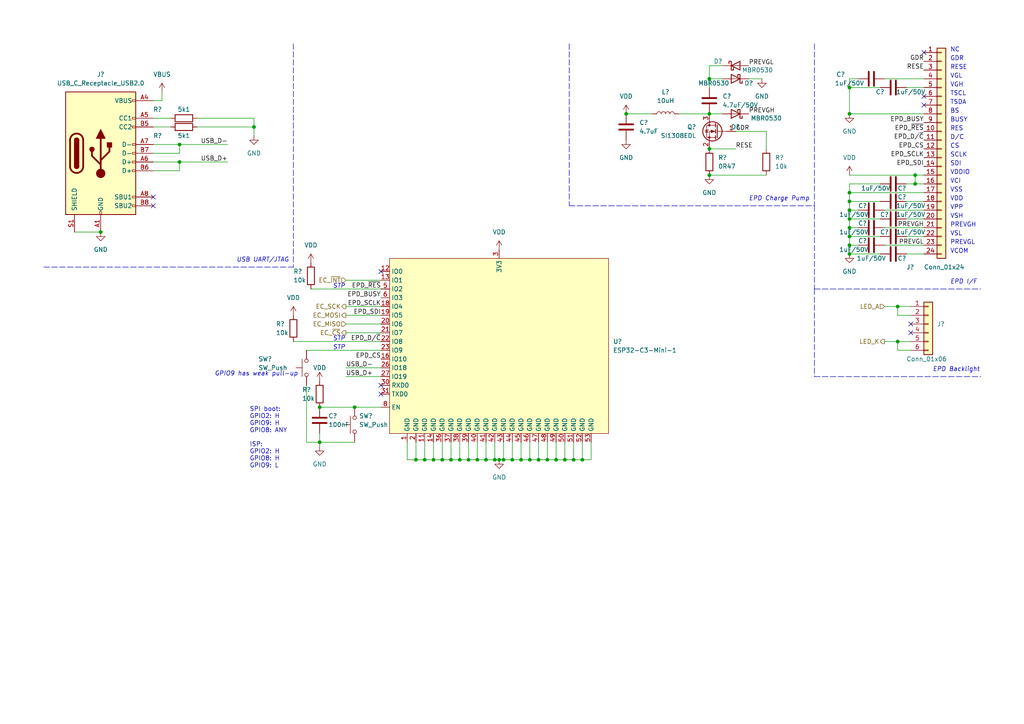
<source format=kicad_sch>
(kicad_sch (version 20211123) (generator eeschema)
  (paper "A4")
  (title_block (title "Home Sensor Tag") (rev "A0") (company "iM.Inc") (comment 1 "PRE-RELEASE"))
  (lib_symbols
    (symbol "Connector:USB_C_Receptacle_USB2.0" (pin_names (offset 1.016))
      (property "Reference" "J" (at -10.16 19.05 0))
      (property "Value" "USB_C_Receptacle_USB2.0" (at 19.05 19.05 0))
      (symbol "USB_C_Receptacle_USB2.0_0_0"
        (rectangle (start -0.254 -17.78) (end 0.254 -16.764))
        (rectangle (start 10.16 -14.986) (end 9.144 -15.494))
        (rectangle (start 10.16 -12.446) (end 9.144 -12.954))
        (rectangle (start 10.16 -4.826) (end 9.144 -5.334))
        (rectangle (start 10.16 -2.286) (end 9.144 -2.794))
        (rectangle (start 10.16 0.254) (end 9.144 -0.254))
        (rectangle (start 10.16 2.794) (end 9.144 2.286))
        (rectangle (start 10.16 7.874) (end 9.144 7.366))
        (rectangle (start 10.16 10.414) (end 9.144 9.906))
        (rectangle (start 10.16 15.494) (end 9.144 14.986))
      )
      (symbol "USB_C_Receptacle_USB2.0_0_1"
        (rectangle (start -10.16 17.78) (end 10.16 -17.78) (stroke (width 0.254)) (fill (type background)))
        (arc (start -8.89 -3.81) (mid -6.985 -5.715) (end -5.08 -3.81) (stroke (width 0.508)))
        (arc (start -7.62 -3.81) (mid -6.985 -4.445) (end -6.35 -3.81) (stroke (width 0.254)))
        (arc (start -7.62 -3.81) (mid -6.985 -4.445) (end -6.35 -3.81) (stroke (width 0.254)) (fill (type outline)))
        (rectangle (start -7.62 -3.81) (end -6.35 3.81) (stroke (width 0.254)) (fill (type outline)))
        (arc (start -6.35 3.81) (mid -6.985 4.445) (end -7.62 3.81) (stroke (width 0.254)))
        (arc (start -6.35 3.81) (mid -6.985 4.445) (end -7.62 3.81) (stroke (width 0.254)) (fill (type outline)))
        (arc (start -5.08 3.81) (mid -6.985 5.715) (end -8.89 3.81) (stroke (width 0.508)))
        (circle (center -2.54 1.143) (radius 0.635) (stroke (width 0.254)) (fill (type outline)))
        (circle (center 0 -5.842) (radius 1.27) (fill (type outline)))
        (polyline (pts (xy -8.89 -3.81) (xy -8.89 3.81)) (stroke (width 0.508)))
        (polyline (pts (xy -5.08 3.81) (xy -5.08 -3.81)) (stroke (width 0.508)))
        (polyline (pts (xy 0 -5.842) (xy 0 4.318)) (stroke (width 0.508)))
        (polyline (pts (xy 0 -3.302) (xy -2.54 -0.762) (xy -2.54 0.508)) (stroke (width 0.508)))
        (polyline (pts (xy 0 -2.032) (xy 2.54 0.508) (xy 2.54 1.778)) (stroke (width 0.508)))
        (polyline (pts (xy -1.27 4.318) (xy 0 6.858) (xy 1.27 4.318) (xy -1.27 4.318)) (stroke (width 0.254)) (fill (type outline)))
        (rectangle (start 1.905 1.778) (end 3.175 3.048) (stroke (width 0.254)) (fill (type outline)))
      )
      (symbol "USB_C_Receptacle_USB2.0_1_1"
        (pin passive line (at 0 -22.86 90) (length 5.08) (name "GND") (number "A1"))
        (pin passive line (at 0 -22.86 90) (length 5.08) hide (name "GND") (number "A12"))
        (pin passive line (at 15.24 15.24 180) (length 5.08) (name "VBUS") (number "A4"))
        (pin bidirectional line (at 15.24 10.16 180) (length 5.08) (name "CC1") (number "A5"))
        (pin bidirectional line (at 15.24 -2.54 180) (length 5.08) (name "D+") (number "A6"))
        (pin bidirectional line (at 15.24 2.54 180) (length 5.08) (name "D-") (number "A7"))
        (pin bidirectional line (at 15.24 -12.7 180) (length 5.08) (name "SBU1") (number "A8"))
        (pin passive line (at 15.24 15.24 180) (length 5.08) hide (name "VBUS") (number "A9"))
        (pin passive line (at 0 -22.86 90) (length 5.08) hide (name "GND") (number "B1"))
        (pin passive line (at 0 -22.86 90) (length 5.08) hide (name "GND") (number "B12"))
        (pin passive line (at 15.24 15.24 180) (length 5.08) hide (name "VBUS") (number "B4"))
        (pin bidirectional line (at 15.24 7.62 180) (length 5.08) (name "CC2") (number "B5"))
        (pin bidirectional line (at 15.24 -5.08 180) (length 5.08) (name "D+") (number "B6"))
        (pin bidirectional line (at 15.24 0 180) (length 5.08) (name "D-") (number "B7"))
        (pin bidirectional line (at 15.24 -15.24 180) (length 5.08) (name "SBU2") (number "B8"))
        (pin passive line (at 15.24 15.24 180) (length 5.08) hide (name "VBUS") (number "B9"))
        (pin passive line (at -7.62 -22.86 90) (length 5.08) (name "SHIELD") (number "S1"))
      )
    )
    (symbol "Connector_Generic:Conn_01x06" (pin_names (offset 1.016) hide)
      (property "Reference" "J" (at 0 7.62 0))
      (property "Value" "Conn_01x06" (at 0 -10.16 0))
      (symbol "Conn_01x06_1_1"
        (rectangle (start -1.27 -7.493) (end 0 -7.747) (stroke (width 0.1524)))
        (rectangle (start -1.27 -4.953) (end 0 -5.207) (stroke (width 0.1524)))
        (rectangle (start -1.27 -2.413) (end 0 -2.667) (stroke (width 0.1524)))
        (rectangle (start -1.27 0.127) (end 0 -0.127) (stroke (width 0.1524)))
        (rectangle (start -1.27 2.667) (end 0 2.413) (stroke (width 0.1524)))
        (rectangle (start -1.27 5.207) (end 0 4.953) (stroke (width 0.1524)))
        (rectangle (start -1.27 6.35) (end 1.27 -8.89) (stroke (width 0.254)) (fill (type background)))
        (pin passive line (at -5.08 5.08 0) (length 3.81) (name "Pin_1") (number "1"))
        (pin passive line (at -5.08 2.54 0) (length 3.81) (name "Pin_2") (number "2"))
        (pin passive line (at -5.08 0 0) (length 3.81) (name "Pin_3") (number "3"))
        (pin passive line (at -5.08 -2.54 0) (length 3.81) (name "Pin_4") (number "4"))
        (pin passive line (at -5.08 -5.08 0) (length 3.81) (name "Pin_5") (number "5"))
        (pin passive line (at -5.08 -7.62 0) (length 3.81) (name "Pin_6") (number "6"))
      )
    )
    (symbol "Connector_Generic:Conn_01x24" (pin_names (offset 1.016) hide)
      (property "Reference" "J" (at 0 30.48 0))
      (property "Value" "Conn_01x24" (at 0 -33.02 0))
      (symbol "Conn_01x24_1_1"
        (rectangle (start -1.27 -30.353) (end 0 -30.607) (stroke (width 0.1524)))
        (rectangle (start -1.27 -27.813) (end 0 -28.067) (stroke (width 0.1524)))
        (rectangle (start -1.27 -25.273) (end 0 -25.527) (stroke (width 0.1524)))
        (rectangle (start -1.27 -22.733) (end 0 -22.987) (stroke (width 0.1524)))
        (rectangle (start -1.27 -20.193) (end 0 -20.447) (stroke (width 0.1524)))
        (rectangle (start -1.27 -17.653) (end 0 -17.907) (stroke (width 0.1524)))
        (rectangle (start -1.27 -15.113) (end 0 -15.367) (stroke (width 0.1524)))
        (rectangle (start -1.27 -12.573) (end 0 -12.827) (stroke (width 0.1524)))
        (rectangle (start -1.27 -10.033) (end 0 -10.287) (stroke (width 0.1524)))
        (rectangle (start -1.27 -7.493) (end 0 -7.747) (stroke (width 0.1524)))
        (rectangle (start -1.27 -4.953) (end 0 -5.207) (stroke (width 0.1524)))
        (rectangle (start -1.27 -2.413) (end 0 -2.667) (stroke (width 0.1524)))
        (rectangle (start -1.27 0.127) (end 0 -0.127) (stroke (width 0.1524)))
        (rectangle (start -1.27 2.667) (end 0 2.413) (stroke (width 0.1524)))
        (rectangle (start -1.27 5.207) (end 0 4.953) (stroke (width 0.1524)))
        (rectangle (start -1.27 7.747) (end 0 7.493) (stroke (width 0.1524)))
        (rectangle (start -1.27 10.287) (end 0 10.033) (stroke (width 0.1524)))
        (rectangle (start -1.27 12.827) (end 0 12.573) (stroke (width 0.1524)))
        (rectangle (start -1.27 15.367) (end 0 15.113) (stroke (width 0.1524)))
        (rectangle (start -1.27 17.907) (end 0 17.653) (stroke (width 0.1524)))
        (rectangle (start -1.27 20.447) (end 0 20.193) (stroke (width 0.1524)))
        (rectangle (start -1.27 22.987) (end 0 22.733) (stroke (width 0.1524)))
        (rectangle (start -1.27 25.527) (end 0 25.273) (stroke (width 0.1524)))
        (rectangle (start -1.27 28.067) (end 0 27.813) (stroke (width 0.1524)))
        (rectangle (start -1.27 29.21) (end 1.27 -31.75) (stroke (width 0.254)) (fill (type background)))
        (pin passive line (at -5.08 27.94 0) (length 3.81) (name "Pin_1") (number "1"))
        (pin passive line (at -5.08 5.08 0) (length 3.81) (name "Pin_10") (number "10"))
        (pin passive line (at -5.08 2.54 0) (length 3.81) (name "Pin_11") (number "11"))
        (pin passive line (at -5.08 0 0) (length 3.81) (name "Pin_12") (number "12"))
        (pin passive line (at -5.08 -2.54 0) (length 3.81) (name "Pin_13") (number "13"))
        (pin passive line (at -5.08 -5.08 0) (length 3.81) (name "Pin_14") (number "14"))
        (pin passive line (at -5.08 -7.62 0) (length 3.81) (name "Pin_15") (number "15"))
        (pin passive line (at -5.08 -10.16 0) (length 3.81) (name "Pin_16") (number "16"))
        (pin passive line (at -5.08 -12.7 0) (length 3.81) (name "Pin_17") (number "17"))
        (pin passive line (at -5.08 -15.24 0) (length 3.81) (name "Pin_18") (number "18"))
        (pin passive line (at -5.08 -17.78 0) (length 3.81) (name "Pin_19") (number "19"))
        (pin passive line (at -5.08 25.4 0) (length 3.81) (name "Pin_2") (number "2"))
        (pin passive line (at -5.08 -20.32 0) (length 3.81) (name "Pin_20") (number "20"))
        (pin passive line (at -5.08 -22.86 0) (length 3.81) (name "Pin_21") (number "21"))
        (pin passive line (at -5.08 -25.4 0) (length 3.81) (name "Pin_22") (number "22"))
        (pin passive line (at -5.08 -27.94 0) (length 3.81) (name "Pin_23") (number "23"))
        (pin passive line (at -5.08 -30.48 0) (length 3.81) (name "Pin_24") (number "24"))
        (pin passive line (at -5.08 22.86 0) (length 3.81) (name "Pin_3") (number "3"))
        (pin passive line (at -5.08 20.32 0) (length 3.81) (name "Pin_4") (number "4"))
        (pin passive line (at -5.08 17.78 0) (length 3.81) (name "Pin_5") (number "5"))
        (pin passive line (at -5.08 15.24 0) (length 3.81) (name "Pin_6") (number "6"))
        (pin passive line (at -5.08 12.7 0) (length 3.81) (name "Pin_7") (number "7"))
        (pin passive line (at -5.08 10.16 0) (length 3.81) (name "Pin_8") (number "8"))
        (pin passive line (at -5.08 7.62 0) (length 3.81) (name "Pin_9") (number "9"))
      )
    )
    (symbol "Device:C" (pin_numbers hide) (pin_names (offset 0.254))
      (property "Reference" "C" (at 0.635 2.54 0))
      (property "Value" "C" (at 0.635 -2.54 0))
      (symbol "C_0_1"
        (polyline (pts (xy -2.032 -0.762) (xy 2.032 -0.762)) (stroke (width 0.508)))
        (polyline (pts (xy -2.032 0.762) (xy 2.032 0.762)) (stroke (width 0.508)))
      )
      (symbol "C_1_1"
        (pin passive line (at 0 3.81 270) (length 2.794) (name "~") (number "1"))
        (pin passive line (at 0 -3.81 90) (length 2.794) (name "~") (number "2"))
      )
    )
    (symbol "Device:D_Schottky" (pin_numbers hide) (pin_names (offset 1.016) hide)
      (property "Reference" "D" (at 0 2.54 0))
      (property "Value" "D_Schottky" (at 0 -2.54 0))
      (symbol "D_Schottky_0_1"
        (polyline (pts (xy 1.27 0) (xy -1.27 0)))
        (polyline (pts (xy 1.27 1.27) (xy 1.27 -1.27) (xy -1.27 0) (xy 1.27 1.27)) (stroke (width 0.254)))
        (polyline (pts (xy -1.905 0.635) (xy -1.905 1.27) (xy -1.27 1.27) (xy -1.27 -1.27) (xy -0.635 -1.27) (xy -0.635 -0.635)) (stroke (width 0.254)))
      )
      (symbol "D_Schottky_1_1"
        (pin passive line (at -3.81 0 0) (length 2.54) (name "K") (number "1"))
        (pin passive line (at 3.81 0 180) (length 2.54) (name "A") (number "2"))
      )
    )
    (symbol "Device:L" (pin_numbers hide) (pin_names (offset 1.016) hide)
      (property "Reference" "L" (at -1.27 0 90))
      (property "Value" "L" (at 1.905 0 90))
      (symbol "L_0_1"
        (arc (start 0 -2.54) (mid 0.635 -1.905) (end 0 -1.27))
        (arc (start 0 -1.27) (mid 0.635 -0.635) (end 0 0))
        (arc (start 0 0) (mid 0.635 0.635) (end 0 1.27))
        (arc (start 0 1.27) (mid 0.635 1.905) (end 0 2.54))
      )
      (symbol "L_1_1"
        (pin passive line (at 0 3.81 270) (length 1.27) (name "1") (number "1"))
        (pin passive line (at 0 -3.81 90) (length 1.27) (name "2") (number "2"))
      )
    )
    (symbol "Device:Q_NMOS_GSD" (pin_names (offset 0) hide)
      (property "Reference" "Q" (at 5.08 1.27 0))
      (property "Value" "Q_NMOS_GSD" (at 5.08 -1.27 0))
      (symbol "Q_NMOS_GSD_0_1"
        (polyline (pts (xy 0.254 0) (xy -2.54 0)))
        (polyline (pts (xy 0.254 1.905) (xy 0.254 -1.905)) (stroke (width 0.254)))
        (polyline (pts (xy 0.762 -1.27) (xy 0.762 -2.286)) (stroke (width 0.254)))
        (polyline (pts (xy 0.762 0.508) (xy 0.762 -0.508)) (stroke (width 0.254)))
        (polyline (pts (xy 0.762 2.286) (xy 0.762 1.27)) (stroke (width 0.254)))
        (polyline (pts (xy 2.54 2.54) (xy 2.54 1.778)))
        (polyline (pts (xy 2.54 -2.54) (xy 2.54 0) (xy 0.762 0)))
        (polyline (pts (xy 0.762 -1.778) (xy 3.302 -1.778) (xy 3.302 1.778) (xy 0.762 1.778)))
        (polyline (pts (xy 1.016 0) (xy 2.032 0.381) (xy 2.032 -0.381) (xy 1.016 0)) (fill (type outline)))
        (polyline (pts (xy 2.794 0.508) (xy 2.921 0.381) (xy 3.683 0.381) (xy 3.81 0.254)))
        (polyline (pts (xy 3.302 0.381) (xy 2.921 -0.254) (xy 3.683 -0.254) (xy 3.302 0.381)))
        (circle (center 1.651 0) (radius 2.794) (stroke (width 0.254)))
        (circle (center 2.54 -1.778) (radius 0.254) (fill (type outline)))
        (circle (center 2.54 1.778) (radius 0.254) (fill (type outline)))
      )
      (symbol "Q_NMOS_GSD_1_1"
        (pin input line (at -5.08 0 0) (length 2.54) (name "G") (number "1"))
        (pin passive line (at 2.54 -5.08 90) (length 2.54) (name "S") (number "2"))
        (pin passive line (at 2.54 5.08 270) (length 2.54) (name "D") (number "3"))
      )
    )
    (symbol "Device:R" (pin_numbers hide) (pin_names (offset 0))
      (property "Reference" "R" (at 2.032 0 90))
      (property "Value" "R" (at 0 0 90))
      (symbol "R_0_1"
        (rectangle (start -1.016 -2.54) (end 1.016 2.54) (stroke (width 0.254)))
      )
      (symbol "R_1_1"
        (pin passive line (at 0 3.81 270) (length 1.27) (name "~") (number "1"))
        (pin passive line (at 0 -3.81 90) (length 1.27) (name "~") (number "2"))
      )
    )
    (symbol "RF_Module_Local:ESP32-C3-Mini-1"
      (property "Reference" "U" (at -30.48 25.4 0))
      (property "Value" "ESP32-C3-Mini-1" (at 21.59 25.4 0))
      (symbol "ESP32-C3-Mini-1_0_0"
        (pin power_in line (at -26.67 -29.21 90) (length 2.54) (name "GND") (number "1"))
        (pin no_connect line (at 34.29 -6.35 180) (length 2.54) hide (name "NC") (number "10"))
        (pin power_in line (at -21.59 -29.21 90) (length 2.54) (name "GND") (number "11"))
        (pin tri_state line (at -34.29 20.32 0) (length 2.54) (name "IO0") (number "12"))
        (pin tri_state line (at -34.29 17.78 0) (length 2.54) (name "IO1") (number "13"))
        (pin power_in line (at -19.05 -29.21 90) (length 2.54) (name "GND") (number "14"))
        (pin no_connect line (at 34.29 -3.81 180) (length 2.54) hide (name "NC") (number "15"))
        (pin tri_state line (at -34.29 -5.08 0) (length 2.54) (name "IO10") (number "16"))
        (pin no_connect line (at 34.29 -1.27 180) (length 2.54) hide (name "NC") (number "17"))
        (pin tri_state line (at -34.29 10.16 0) (length 2.54) (name "IO4") (number "18"))
        (pin tri_state line (at -34.29 7.62 0) (length 2.54) (name "IO5") (number "19"))
        (pin power_in line (at -24.13 -29.21 90) (length 2.54) (name "GND") (number "2"))
        (pin tri_state line (at -34.29 5.08 0) (length 2.54) (name "IO6") (number "20"))
        (pin tri_state line (at -34.29 2.54 0) (length 2.54) (name "IO7") (number "21"))
        (pin tri_state line (at -34.29 0 0) (length 2.54) (name "IO8") (number "22"))
        (pin tri_state line (at -34.29 -2.54 0) (length 2.54) (name "IO9") (number "23"))
        (pin no_connect line (at 34.29 1.27 180) (length 2.54) hide (name "NC") (number "24"))
        (pin no_connect line (at 34.29 3.81 180) (length 2.54) hide (name "NC") (number "25"))
        (pin tri_state line (at -34.29 -7.62 0) (length 2.54) (name "IO18") (number "26"))
        (pin tri_state line (at -34.29 -10.16 0) (length 2.54) (name "IO19") (number "27"))
        (pin no_connect line (at 34.29 6.35 180) (length 2.54) hide (name "NC") (number "28"))
        (pin no_connect line (at 34.29 8.89 180) (length 2.54) hide (name "NC") (number "29"))
        (pin power_in line (at 0 26.67 270) (length 2.54) (name "3V3") (number "3"))
        (pin tri_state line (at -34.29 -12.7 0) (length 2.54) (name "RXD0") (number "30"))
        (pin tri_state line (at -34.29 -15.24 0) (length 2.54) (name "TXD0") (number "31"))
        (pin no_connect line (at 34.29 11.43 180) (length 2.54) hide (name "NC") (number "32"))
        (pin no_connect line (at 34.29 13.97 180) (length 2.54) hide (name "NC") (number "33"))
        (pin no_connect line (at 34.29 16.51 180) (length 2.54) hide (name "NC") (number "34"))
        (pin no_connect line (at 34.29 19.05 180) (length 2.54) hide (name "NC") (number "35"))
        (pin power_in line (at -16.51 -29.21 90) (length 2.54) (name "GND") (number "36"))
        (pin power_in line (at -13.97 -29.21 90) (length 2.54) (name "GND") (number "37"))
        (pin power_in line (at -11.43 -29.21 90) (length 2.54) (name "GND") (number "38"))
        (pin power_in line (at -8.89 -29.21 90) (length 2.54) (name "GND") (number "39"))
        (pin no_connect line (at 34.29 -13.97 180) (length 2.54) hide (name "NC") (number "4"))
        (pin power_in line (at -6.35 -29.21 90) (length 2.54) (name "GND") (number "40"))
        (pin power_in line (at -3.81 -29.21 90) (length 2.54) (name "GND") (number "41"))
        (pin power_in line (at -1.27 -29.21 90) (length 2.54) (name "GND") (number "42"))
        (pin power_in line (at 1.27 -29.21 90) (length 2.54) (name "GND") (number "43"))
        (pin power_in line (at 3.81 -29.21 90) (length 2.54) (name "GND") (number "44"))
        (pin power_in line (at 6.35 -29.21 90) (length 2.54) (name "GND") (number "45"))
        (pin power_in line (at 8.89 -29.21 90) (length 2.54) (name "GND") (number "46"))
        (pin power_in line (at 11.43 -29.21 90) (length 2.54) (name "GND") (number "47"))
        (pin power_in line (at 13.97 -29.21 90) (length 2.54) (name "GND") (number "48"))
        (pin power_in line (at 16.51 -29.21 90) (length 2.54) (name "GND") (number "49"))
        (pin tri_state line (at -34.29 15.24 0) (length 2.54) (name "IO2") (number "5"))
        (pin power_in line (at 19.05 -29.21 90) (length 2.54) (name "GND") (number "50"))
        (pin power_in line (at 21.59 -29.21 90) (length 2.54) (name "GND") (number "51"))
        (pin power_in line (at 24.13 -29.21 90) (length 2.54) (name "GND") (number "52"))
        (pin power_in line (at 26.67 -29.21 90) (length 2.54) (name "GND") (number "53"))
        (pin tri_state line (at -34.29 12.7 0) (length 2.54) (name "IO3") (number "6"))
        (pin no_connect line (at 34.29 -11.43 180) (length 2.54) hide (name "NC") (number "7"))
        (pin input line (at -34.29 -19.05 0) (length 2.54) (name "EN") (number "8"))
        (pin no_connect line (at 34.29 -8.89 180) (length 2.54) hide (name "NC") (number "9"))
      )
      (symbol "ESP32-C3-Mini-1_0_1"
        (rectangle (start -31.75 24.13) (end 31.75 -26.67) (fill (type background)))
      )
    )
    (symbol "Switch:SW_Push" (pin_numbers hide) (pin_names (offset 1.016) hide)
      (property "Reference" "SW" (at 1.27 2.54 0))
      (property "Value" "SW_Push" (at 0 -1.524 0))
      (symbol "SW_Push_0_1"
        (circle (center -2.032 0) (radius 0.508))
        (polyline (pts (xy 0 1.27) (xy 0 3.048)))
        (polyline (pts (xy 2.54 1.27) (xy -2.54 1.27)))
        (circle (center 2.032 0) (radius 0.508))
        (pin passive line (at -5.08 0 0) (length 2.54) (name "1") (number "1"))
        (pin passive line (at 5.08 0 180) (length 2.54) (name "2") (number "2"))
      )
    )
    (symbol "power:GND" (power) (pin_names (offset 0))
      (property "Value" "GND" (at 0 -3.81 0))
      (symbol "GND_0_1"
        (polyline (pts (xy 0 0) (xy 0 -1.27) (xy 1.27 -1.27) (xy 0 -2.54) (xy -1.27 -1.27) (xy 0 -1.27)))
      )
      (symbol "GND_1_1"
        (pin power_in line (at 0 0 270) (length 0) hide (name "GND") (number "1"))
      )
    )
    (symbol "power:VBUS" (power) (pin_names (offset 0))
      (property "Value" "VBUS" (at 0 3.81 0))
      (symbol "VBUS_0_1"
        (polyline (pts (xy -0.762 1.27) (xy 0 2.54)))
        (polyline (pts (xy 0 0) (xy 0 2.54)))
        (polyline (pts (xy 0 2.54) (xy 0.762 1.27)))
      )
      (symbol "VBUS_1_1"
        (pin power_in line (at 0 0 90) (length 0) hide (name "VBUS") (number "1"))
      )
    )
    (symbol "power:VDD" (power) (pin_names (offset 0))
      (property "Value" "VDD" (at 0 3.81 0))
      (symbol "VDD_0_1"
        (polyline (pts (xy -0.762 1.27) (xy 0 2.54)))
        (polyline (pts (xy 0 0) (xy 0 2.54)))
        (polyline (pts (xy 0 2.54) (xy 0.762 1.27)))
      )
      (symbol "VDD_1_1"
        (pin power_in line (at 0 0 90) (length 0) hide (name "VDD") (number "1"))
      )
    )
  )
  (junction (at 73.66 36.83))
  (junction (at 246.38 33.02))
  (junction (at 205.74 33.02))
  (junction (at 143.51 133.35))
  (junction (at 102.87 118.11))
  (junction (at 156.21 133.35))
  (junction (at 133.35 133.35))
  (junction (at 135.89 133.35))
  (junction (at 246.38 71.12))
  (junction (at 246.38 66.04))
  (junction (at 153.67 133.35))
  (junction (at 246.38 68.58))
  (junction (at 166.37 133.35))
  (junction (at 29.21 67.31))
  (junction (at 260.35 88.9))
  (junction (at 120.65 133.35))
  (junction (at 168.91 133.35))
  (junction (at 140.97 133.35))
  (junction (at 128.27 133.35))
  (junction (at 148.59 133.35))
  (junction (at 265.43 50.8))
  (junction (at 260.35 99.06))
  (junction (at 246.38 55.88))
  (junction (at 205.74 50.8))
  (junction (at 163.83 133.35))
  (junction (at 205.74 22.86))
  (junction (at 158.75 133.35))
  (junction (at 92.71 118.11))
  (junction (at 138.43 133.35))
  (junction (at 246.38 63.5))
  (junction (at 52.07 41.91))
  (junction (at 92.71 128.27))
  (junction (at 123.19 133.35))
  (junction (at 125.73 133.35))
  (junction (at 246.38 73.66))
  (junction (at 246.38 25.4))
  (junction (at 151.13 133.35))
  (junction (at 52.07 46.99))
  (junction (at 161.29 133.35))
  (junction (at 130.81 133.35))
  (junction (at 144.78 133.35))
  (junction (at 265.43 53.34))
  (junction (at 146.05 133.35))
  (junction (at 205.74 43.18))
  (junction (at 246.38 60.96))
  (junction (at 181.61 33.02))
  (junction (at 246.38 58.42))
  (no_connect (at 264.16 93.98))
  (no_connect (at 267.97 15.24))
  (no_connect (at 110.49 111.76))
  (no_connect (at 44.45 59.69))
  (no_connect (at 110.49 78.74))
  (no_connect (at 264.16 96.52))
  (no_connect (at 267.97 27.94))
  (no_connect (at 267.97 30.48))
  (no_connect (at 44.45 57.15))
  (no_connect (at 110.49 114.3))
  (wire (pts (xy 171.45 133.35) (xy 171.45 128.27)))
  (wire (pts (xy 156.21 128.27) (xy 156.21 133.35)))
  (wire (pts (xy 168.91 133.35) (xy 171.45 133.35)))
  (polyline (pts (xy 236.22 12.7) (xy 236.22 59.69)))
  (wire (pts (xy 213.36 38.1) (xy 222.25 38.1)))
  (wire (pts (xy 217.17 22.86) (xy 220.98 22.86)))
  (wire (pts (xy 128.27 128.27) (xy 128.27 133.35)))
  (wire (pts (xy 133.35 128.27) (xy 133.35 133.35)))
  (wire (pts (xy 260.35 91.44) (xy 260.35 88.9)))
  (wire (pts (xy 248.92 71.12) (xy 246.38 71.12)))
  (wire (pts (xy 161.29 128.27) (xy 161.29 133.35)))
  (wire (pts (xy 260.35 99.06) (xy 264.16 99.06)))
  (wire (pts (xy 246.38 22.86) (xy 248.92 22.86)))
  (wire (pts (xy 88.9 101.6) (xy 110.49 101.6)))
  (wire (pts (xy 262.89 58.42) (xy 267.97 58.42)))
  (wire (pts (xy 246.38 55.88) (xy 246.38 58.42)))
  (wire (pts (xy 73.66 34.29) (xy 73.66 36.83)))
  (wire (pts (xy 138.43 128.27) (xy 138.43 133.35)))
  (wire (pts (xy 120.65 133.35) (xy 123.19 133.35)))
  (wire (pts (xy 166.37 133.35) (xy 168.91 133.35)))
  (polyline (pts (xy 236.22 83.82) (xy 236.22 109.22)))
  (wire (pts (xy 92.71 128.27) (xy 102.87 128.27)))
  (wire (pts (xy 92.71 128.27) (xy 92.71 129.54)))
  (wire (pts (xy 246.38 25.4) (xy 246.38 22.86)))
  (wire (pts (xy 256.54 60.96) (xy 267.97 60.96)))
  (wire (pts (xy 146.05 128.27) (xy 146.05 133.35)))
  (wire (pts (xy 246.38 71.12) (xy 246.38 73.66)))
  (wire (pts (xy 52.07 46.99) (xy 66.04 46.99)))
  (wire (pts (xy 246.38 60.96) (xy 246.38 63.5)))
  (wire (pts (xy 246.38 50.8) (xy 265.43 50.8)))
  (wire (pts (xy 135.89 128.27) (xy 135.89 133.35)))
  (wire (pts (xy 44.45 41.91) (xy 52.07 41.91)))
  (wire (pts (xy 52.07 49.53) (xy 44.45 49.53)))
  (wire (pts (xy 205.74 33.02) (xy 209.55 33.02)))
  (wire (pts (xy 57.15 36.83) (xy 73.66 36.83)))
  (wire (pts (xy 135.89 133.35) (xy 138.43 133.35)))
  (wire (pts (xy 256.54 88.9) (xy 260.35 88.9)))
  (wire (pts (xy 123.19 133.35) (xy 125.73 133.35)))
  (wire (pts (xy 125.73 133.35) (xy 128.27 133.35)))
  (wire (pts (xy 262.89 68.58) (xy 267.97 68.58)))
  (wire (pts (xy 44.45 36.83) (xy 49.53 36.83)))
  (wire (pts (xy 88.9 111.76) (xy 88.9 128.27)))
  (wire (pts (xy 246.38 53.34) (xy 246.38 55.88)))
  (polyline (pts (xy 236.22 59.69) (xy 236.22 83.82)))
  (wire (pts (xy 92.71 118.11) (xy 102.87 118.11)))
  (polyline (pts (xy 12.7 77.47) (xy 85.09 77.47)))
  (wire (pts (xy 143.51 133.35) (xy 144.78 133.35)))
  (wire (pts (xy 44.45 46.99) (xy 52.07 46.99)))
  (wire (pts (xy 21.59 67.31) (xy 29.21 67.31)))
  (wire (pts (xy 52.07 41.91) (xy 66.04 41.91)))
  (polyline (pts (xy 85.09 12.7) (xy 85.09 77.47)))
  (polyline (pts (xy 165.1 12.7) (xy 165.1 59.69)))
  (wire (pts (xy 161.29 133.35) (xy 163.83 133.35)))
  (wire (pts (xy 52.07 44.45) (xy 44.45 44.45)))
  (wire (pts (xy 163.83 133.35) (xy 166.37 133.35)))
  (wire (pts (xy 205.74 50.8) (xy 222.25 50.8)))
  (wire (pts (xy 52.07 41.91) (xy 52.07 44.45)))
  (wire (pts (xy 44.45 29.21) (xy 46.99 29.21)))
  (wire (pts (xy 130.81 128.27) (xy 130.81 133.35)))
  (polyline (pts (xy 236.22 109.22) (xy 284.48 109.22)))
  (wire (pts (xy 140.97 128.27) (xy 140.97 133.35)))
  (wire (pts (xy 44.45 34.29) (xy 49.53 34.29)))
  (wire (pts (xy 57.15 34.29) (xy 73.66 34.29)))
  (wire (pts (xy 125.73 128.27) (xy 125.73 133.35)))
  (wire (pts (xy 156.21 133.35) (xy 158.75 133.35)))
  (wire (pts (xy 260.35 88.9) (xy 264.16 88.9)))
  (wire (pts (xy 100.33 91.44) (xy 110.49 91.44)))
  (wire (pts (xy 246.38 66.04) (xy 246.38 68.58)))
  (wire (pts (xy 262.89 73.66) (xy 267.97 73.66)))
  (wire (pts (xy 153.67 128.27) (xy 153.67 133.35)))
  (wire (pts (xy 46.99 29.21) (xy 46.99 26.67)))
  (wire (pts (xy 255.27 58.42) (xy 246.38 58.42)))
  (wire (pts (xy 255.27 53.34) (xy 246.38 53.34)))
  (wire (pts (xy 267.97 50.8) (xy 265.43 50.8)))
  (wire (pts (xy 90.17 83.82) (xy 110.49 83.82)))
  (wire (pts (xy 100.33 109.22) (xy 110.49 109.22)))
  (wire (pts (xy 143.51 128.27) (xy 143.51 133.35)))
  (wire (pts (xy 151.13 128.27) (xy 151.13 133.35)))
  (wire (pts (xy 246.38 33.02) (xy 267.97 33.02)))
  (wire (pts (xy 222.25 38.1) (xy 222.25 43.18)))
  (wire (pts (xy 246.38 58.42) (xy 246.38 60.96)))
  (wire (pts (xy 166.37 128.27) (xy 166.37 133.35)))
  (wire (pts (xy 148.59 133.35) (xy 151.13 133.35)))
  (wire (pts (xy 88.9 128.27) (xy 92.71 128.27)))
  (wire (pts (xy 248.92 60.96) (xy 246.38 60.96)))
  (wire (pts (xy 264.16 91.44) (xy 260.35 91.44)))
  (wire (pts (xy 158.75 128.27) (xy 158.75 133.35)))
  (wire (pts (xy 213.36 43.18) (xy 205.74 43.18)))
  (wire (pts (xy 205.74 22.86) (xy 205.74 19.05)))
  (wire (pts (xy 256.54 71.12) (xy 267.97 71.12)))
  (wire (pts (xy 205.74 19.05) (xy 209.55 19.05)))
  (wire (pts (xy 262.89 63.5) (xy 267.97 63.5)))
  (wire (pts (xy 151.13 133.35) (xy 153.67 133.35)))
  (wire (pts (xy 130.81 133.35) (xy 133.35 133.35)))
  (wire (pts (xy 138.43 133.35) (xy 140.97 133.35)))
  (wire (pts (xy 196.85 33.02) (xy 205.74 33.02)))
  (wire (pts (xy 267.97 55.88) (xy 246.38 55.88)))
  (wire (pts (xy 100.33 81.28) (xy 110.49 81.28)))
  (wire (pts (xy 205.74 22.86) (xy 209.55 22.86)))
  (wire (pts (xy 265.43 53.34) (xy 267.97 53.34)))
  (wire (pts (xy 73.66 36.83) (xy 73.66 39.37)))
  (wire (pts (xy 255.27 68.58) (xy 246.38 68.58)))
  (polyline (pts (xy 236.22 83.82) (xy 284.48 83.82)))
  (wire (pts (xy 264.16 101.6) (xy 260.35 101.6)))
  (wire (pts (xy 256.54 99.06) (xy 260.35 99.06)))
  (wire (pts (xy 52.07 46.99) (xy 52.07 49.53)))
  (wire (pts (xy 246.38 63.5) (xy 246.38 66.04)))
  (wire (pts (xy 256.54 22.86) (xy 267.97 22.86)))
  (wire (pts (xy 205.74 25.4) (xy 205.74 22.86)))
  (wire (pts (xy 120.65 128.27) (xy 120.65 133.35)))
  (wire (pts (xy 246.38 66.04) (xy 248.92 66.04)))
  (wire (pts (xy 148.59 128.27) (xy 148.59 133.35)))
  (wire (pts (xy 246.38 25.4) (xy 255.27 25.4)))
  (wire (pts (xy 128.27 133.35) (xy 130.81 133.35)))
  (wire (pts (xy 158.75 133.35) (xy 161.29 133.35)))
  (polyline (pts (xy 165.1 59.69) (xy 236.22 59.69)))
  (wire (pts (xy 118.11 133.35) (xy 120.65 133.35)))
  (wire (pts (xy 100.33 93.98) (xy 110.49 93.98)))
  (wire (pts (xy 262.89 25.4) (xy 267.97 25.4)))
  (wire (pts (xy 100.33 96.52) (xy 110.49 96.52)))
  (wire (pts (xy 100.33 106.68) (xy 110.49 106.68)))
  (wire (pts (xy 133.35 133.35) (xy 135.89 133.35)))
  (wire (pts (xy 265.43 50.8) (xy 265.43 53.34)))
  (wire (pts (xy 246.38 33.02) (xy 246.38 25.4)))
  (wire (pts (xy 140.97 133.35) (xy 143.51 133.35)))
  (wire (pts (xy 256.54 66.04) (xy 267.97 66.04)))
  (wire (pts (xy 153.67 133.35) (xy 156.21 133.35)))
  (wire (pts (xy 146.05 133.35) (xy 148.59 133.35)))
  (wire (pts (xy 246.38 73.66) (xy 255.27 73.66)))
  (wire (pts (xy 260.35 101.6) (xy 260.35 99.06)))
  (wire (pts (xy 85.09 99.06) (xy 110.49 99.06)))
  (wire (pts (xy 118.11 128.27) (xy 118.11 133.35)))
  (wire (pts (xy 181.61 33.02) (xy 189.23 33.02)))
  (wire (pts (xy 163.83 128.27) (xy 163.83 133.35)))
  (wire (pts (xy 102.87 118.11) (xy 110.49 118.11)))
  (wire (pts (xy 246.38 68.58) (xy 246.38 71.12)))
  (wire (pts (xy 100.33 88.9) (xy 110.49 88.9)))
  (wire (pts (xy 92.71 125.73) (xy 92.71 128.27)))
  (wire (pts (xy 168.91 128.27) (xy 168.91 133.35)))
  (wire (pts (xy 144.78 133.35) (xy 146.05 133.35)))
  (wire (pts (xy 255.27 63.5) (xy 246.38 63.5)))
  (wire (pts (xy 123.19 128.27) (xy 123.19 133.35)))
  (wire (pts (xy 262.89 53.34) (xy 265.43 53.34)))
  (text "STP" (at 96.52 83.82 0) (effects (font (size 1.27 1.27) italic) (justify left bottom)))
  (text "NC" (at 275.59 15.24 0) (effects (font (size 1.27 1.27)) (justify left bottom)))
  (text "PREVGH" (at 275.59 66.04 0) (effects (font (size 1.27 1.27)) (justify left bottom)))
  (text "TSCL" (at 275.59 27.94 0) (effects (font (size 1.27 1.27)) (justify left bottom)))
  (text "EPD Backlight" (at 270.51 107.95 0) (effects (font (size 1.27 1.27) italic) (justify left bottom)))
  (text "VGH" (at 275.59 25.4 0) (effects (font (size 1.27 1.27)) (justify left bottom)))
  (text "BUSY" (at 275.59 35.56 0) (effects (font (size 1.27 1.27)) (justify left bottom)))
  (text "USB UART/JTAG" (at 68.58 76.2 0) (effects (font (size 1.27 1.27) italic) (justify left bottom)))
  (text "VCI" (at 275.59 53.34 0) (effects (font (size 1.27 1.27)) (justify left bottom)))
  (text "D/C" (at 275.59 40.64 0) (effects (font (size 1.27 1.27)) (justify left bottom)))
  (text "SPI boot:\nGPIO2: H\nGPIO9: H\nGPIO8: ANY\n\nISP:\nGPIO2: H\nGPIO8: H\nGPIO9: L" (at 72.39 135.89 0) (effects (font (size 1.27 1.27)) (justify left bottom)))
  (text "VGL" (at 275.59 22.86 0) (effects (font (size 1.27 1.27)) (justify left bottom)))
  (text "RES" (at 275.59 38.1 0) (effects (font (size 1.27 1.27)) (justify left bottom)))
  (text "EPD Charge Pump" (at 217.17 58.42 0) (effects (font (size 1.27 1.27) italic) (justify left bottom)))
  (text "SCLK" (at 275.59 45.72 0) (effects (font (size 1.27 1.27)) (justify left bottom)))
  (text "VDD" (at 275.59 58.42 0) (effects (font (size 1.27 1.27)) (justify left bottom)))
  (text "STP" (at 96.52 99.06 0) (effects (font (size 1.27 1.27) italic) (justify left bottom)))
  (text "TSDA" (at 275.59 30.48 0) (effects (font (size 1.27 1.27)) (justify left bottom)))
  (text "VSH" (at 275.59 63.5 0) (effects (font (size 1.27 1.27)) (justify left bottom)))
  (text "VSL" (at 275.59 68.58 0) (effects (font (size 1.27 1.27)) (justify left bottom)))
  (text "VPP" (at 275.59 60.96 0) (effects (font (size 1.27 1.27)) (justify left bottom)))
  (text "STP" (at 96.52 101.6 0) (effects (font (size 1.27 1.27) italic) (justify left bottom)))
  (text "GDR" (at 275.59 17.78 0) (effects (font (size 1.27 1.27)) (justify left bottom)))
  (text "RESE" (at 275.59 20.32 0) (effects (font (size 1.27 1.27)) (justify left bottom)))
  (text "EPD I/F" (at 275.59 82.55 0) (effects (font (size 1.27 1.27) italic) (justify left bottom)))
  (text "VDDIO" (at 275.59 50.8 0) (effects (font (size 1.27 1.27)) (justify left bottom)))
  (text "VCOM" (at 275.59 73.66 0) (effects (font (size 1.27 1.27)) (justify left bottom)))
  (text "PREVGL" (at 275.59 71.12 0) (effects (font (size 1.27 1.27)) (justify left bottom)))
  (text "VSS" (at 275.59 55.88 0) (effects (font (size 1.27 1.27)) (justify left bottom)))
  (text "GPIO9 has weak pull-up" (at 62.23 109.22 0) (effects (font (size 1.27 1.27) italic) (justify left bottom)))
  (text "BS" (at 275.59 33.02 0) (effects (font (size 1.27 1.27)) (justify left bottom)))
  (text "CS" (at 275.59 43.18 0) (effects (font (size 1.27 1.27)) (justify left bottom)))
  (text "SDI" (at 275.59 48.26 0) (effects (font (size 1.27 1.27)) (justify left bottom)))
  (label "EPD_~{RES}" (at 110.49 83.82 180))
  (label "EPD_SDI" (at 110.49 91.44 180))
  (label "USB_D+" (at 66.04 46.99 180))
  (label "PREVGL" (at 267.97 71.12 180))
  (label "USB_D-" (at 66.04 41.91 180))
  (label "EPD_D{slash}~{C}" (at 267.97 40.64 180))
  (label "EPD_D{slash}~{C}" (at 110.49 99.06 180))
  (label "USB_D+" (at 100.33 109.22 0))
  (label "GDR" (at 213.36 38.1 0))
  (label "EPD_CS" (at 267.97 43.18 180))
  (label "RESE" (at 267.97 20.32 180))
  (label "EPD_BUSY" (at 110.49 86.36 180))
  (label "EPD_CS" (at 110.49 104.14 180))
  (label "EPD_BUSY" (at 267.97 35.56 180))
  (label "EPD_~{RES}" (at 267.97 38.1 180))
  (label "PREVGH" (at 217.17 33.02 0))
  (label "PREVGH" (at 267.97 66.04 180))
  (label "EPD_SDI" (at 267.97 48.26 180))
  (label "GDR" (at 267.97 17.78 180))
  (label "EPD_SCLK" (at 110.49 88.9 180))
  (label "PREVGL" (at 217.17 19.05 0))
  (label "RESE" (at 213.36 43.18 0))
  (label "USB_D-" (at 100.33 106.68 0))
  (label "EPD_SCLK" (at 267.97 45.72 180))
  (hierarchical_label "EC_MOSI" (shape output) (at 100.33 91.44 180))
  (hierarchical_label "LED_A" (shape input) (at 256.54 88.9 180))
  (hierarchical_label "EC_~{CS}" (shape output) (at 100.33 96.52 180))
  (hierarchical_label "EC_~{INT}" (shape input) (at 100.33 81.28 180))
  (hierarchical_label "LED_K" (shape output) (at 256.54 99.06 180))
  (hierarchical_label "EC_SCK" (shape output) (at 100.33 88.9 180))
  (hierarchical_label "EC_MISO" (shape input) (at 100.33 93.98 180))
  (symbol (lib_id "Device:R") (at 53.34 36.83 90) (unit 1)
    (property "Reference" "R?" (at 45.72 39.37 90))
    (property "Value" "5k1" (at 53.34 39.37 90))
  )
  (symbol (lib_id "power:GND") (at 73.66 39.37 0) (unit 1)
    (property "Reference" "#PWR?" (effects hide))
    (property "Value" "GND" (at 73.66 44.45 0))
  )
  (symbol (lib_id "power:VDD") (at 85.09 91.44 0) (unit 1)
    (property "Reference" "#PWR?" (effects hide))
    (property "Value" "VDD" (at 85.09 86.36 0))
  )
  (symbol (lib_id "power:VDD") (at 144.78 72.39 0) (unit 1)
    (property "Reference" "#PWR?" (effects hide))
    (property "Value" "VDD" (at 144.78 67.31 0))
  )
  (symbol (lib_id "power:VDD") (at 181.61 33.02 0) (unit 1)
    (property "Reference" "#PWR?" (effects hide))
    (property "Value" "VDD" (at 181.61 27.94 0))
  )
  (symbol (lib_id "Device:C") (at 205.74 29.21 0) (unit 1)
    (property "Reference" "C?" (at 209.55 27.9399 0) (effects (justify left)))
    (property "Value" "4.7uF/50V" (at 209.55 30.4799 0) (effects (justify left)))
  )
  (symbol (lib_id "Device:C") (at 259.08 53.34 90) (unit 1)
    (property "Reference" "C?" (at 261.62 54.61 90))
    (property "Value" "1uF/50V" (at 254 54.61 90))
  )
  (symbol (lib_id "Connector:USB_C_Receptacle_USB2.0") (at 29.21 44.45 0) (unit 1)
    (property "Reference" "J?" (at 29.21 21.59 0))
    (property "Value" "USB_C_Receptacle_USB2.0" (at 29.21 24.13 0))
    (property "Datasheet" "https://www.usb.org/sites/default/files/documents/usb_type-c.zip" (effects hide))
  )
  (symbol (lib_id "Device:C") (at 252.73 66.04 90) (unit 1)
    (property "Reference" "C?" (at 250.19 64.77 90))
    (property "Value" "1uF/50V" (at 247.65 67.31 90))
  )
  (symbol (lib_id "Device:C") (at 259.08 58.42 90) (unit 1)
    (property "Reference" "C?" (at 261.62 57.15 90))
    (property "Value" "1uF/50V" (at 264.16 59.69 90))
  )
  (symbol (lib_id "Device:C") (at 259.08 73.66 90) (unit 1)
    (property "Reference" "C?" (at 261.62 74.93 90))
    (property "Value" "1uF/50V" (at 252.73 74.93 90))
  )
  (symbol (lib_id "Device:R") (at 53.34 34.29 90) (unit 1)
    (property "Reference" "R?" (at 45.72 31.75 90))
    (property "Value" "5k1" (at 53.34 31.75 90))
  )
  (symbol (lib_id "power:VBUS") (at 46.99 26.67 0) (unit 1)
    (property "Reference" "#PWR?" (effects hide))
    (property "Value" "VBUS" (at 46.99 21.59 0))
  )
  (symbol (lib_id "power:GND") (at 205.74 50.8 0) (unit 1)
    (property "Reference" "#PWR?" (effects hide))
    (property "Value" "GND" (at 205.74 55.88 0))
  )
  (symbol (lib_id "Device:C") (at 92.71 121.92 0) (unit 1)
    (property "Reference" "C?" (at 95.25 120.65 0) (effects (justify left)))
    (property "Value" "100nF" (at 95.25 123.19 0) (effects (justify left)))
  )
  (symbol (lib_id "Device:C") (at 252.73 60.96 90) (unit 1)
    (property "Reference" "C?" (at 250.19 59.69 90))
    (property "Value" "1uF/50V" (at 247.65 62.23 90))
  )
  (symbol (lib_id "Device:C") (at 181.61 36.83 0) (unit 1)
    (property "Reference" "C?" (at 185.42 35.5599 0) (effects (justify left)))
    (property "Value" "4.7uF" (at 185.42 38.0999 0) (effects (justify left)))
  )
  (symbol (lib_id "Device:D_Schottky") (at 213.36 19.05 0) (unit 1)
    (property "Reference" "D?" (at 208.28 17.78 0))
    (property "Value" "MBR0530" (at 219.71 20.32 0))
  )
  (symbol (lib_id "power:GND") (at 220.98 22.86 0) (unit 1)
    (property "Reference" "#PWR?" (effects hide))
    (property "Value" "GND" (at 220.98 27.94 0))
  )
  (symbol (lib_id "Device:D_Schottky") (at 213.36 33.02 180) (unit 1)
    (property "Reference" "D?" (at 213.36 36.83 0))
    (property "Value" "MBR0530" (at 222.25 34.29 0))
  )
  (symbol (lib_id "Device:C") (at 252.73 22.86 90) (unit 1)
    (property "Reference" "C?" (at 243.84 21.59 90))
    (property "Value" "1uF/50V" (at 246.38 24.13 90))
  )
  (symbol (lib_id "Device:R") (at 92.71 114.3 0) (unit 1)
    (property "Reference" "R?" (at 87.63 113.03 0) (effects (justify left)))
    (property "Value" "10k" (at 87.63 115.57 0) (effects (justify left)))
  )
  (symbol (lib_id "power:VDD") (at 246.38 50.8 0) (unit 1)
    (property "Reference" "#PWR?" (effects hide))
    (property "Value" "VDD" (at 246.38 45.72 0))
  )
  (symbol (lib_id "Device:R") (at 222.25 46.99 0) (unit 1)
    (property "Reference" "R?" (at 224.79 45.7199 0) (effects (justify left)))
    (property "Value" "10k" (at 224.79 48.2599 0) (effects (justify left)))
  )
  (symbol (lib_id "power:GND") (at 246.38 33.02 0) (unit 1)
    (property "Reference" "#PWR?" (effects hide))
    (property "Value" "GND" (at 246.38 38.1 0))
  )
  (symbol (lib_id "Switch:SW_Push") (at 88.9 106.68 90) (unit 1)
    (property "Reference" "SW?" (at 74.93 104.14 90) (effects (justify right)))
    (property "Value" "SW_Push" (at 74.93 106.68 90) (effects (justify right)))
  )
  (symbol (lib_id "Device:D_Schottky") (at 213.36 22.86 180) (unit 1)
    (property "Reference" "D?" (at 217.17 24.13 0))
    (property "Value" "MBR0530" (at 207.01 24.13 0))
  )
  (symbol (lib_id "Device:C") (at 252.73 71.12 90) (unit 1)
    (property "Reference" "C?" (at 250.19 69.85 90))
    (property "Value" "1uF/50V" (at 247.65 72.39 90))
  )
  (symbol (lib_id "Device:R") (at 90.17 80.01 0) (unit 1)
    (property "Reference" "R?" (at 85.09 78.74 0) (effects (justify left)))
    (property "Value" "10k" (at 85.09 81.28 0) (effects (justify left)))
  )
  (symbol (lib_id "Device:R") (at 85.09 95.25 0) (unit 1)
    (property "Reference" "R?" (at 80.01 93.98 0) (effects (justify left)))
    (property "Value" "10k" (at 80.01 96.52 0) (effects (justify left)))
  )
  (symbol (lib_id "Connector_Generic:Conn_01x24") (at 273.05 43.18 0) (unit 1)
    (property "Reference" "J?" (at 262.89 77.47 0) (effects (justify left)))
    (property "Value" "Conn_01x24" (at 267.97 77.47 0) (effects (justify left)))
  )
  (symbol (lib_id "Device:C") (at 259.08 25.4 90) (unit 1)
    (property "Reference" "C?" (at 255.27 26.67 90))
    (property "Value" "1uF/50V" (at 264.16 26.67 90))
  )
  (symbol (lib_id "Device:L") (at 193.04 33.02 90) (unit 1)
    (property "Reference" "L?" (at 193.04 26.67 90))
    (property "Value" "10uH" (at 193.04 29.21 90))
  )
  (symbol (lib_id "power:GND") (at 29.21 67.31 0) (unit 1)
    (property "Reference" "#PWR?" (effects hide))
    (property "Value" "GND" (at 29.21 72.39 0))
  )
  (symbol (lib_id "Switch:SW_Push") (at 102.87 123.19 90) (unit 1)
    (property "Reference" "SW?" (at 104.14 120.65 90) (effects (justify right)))
    (property "Value" "SW_Push" (at 104.14 123.19 90) (effects (justify right)))
  )
  (symbol (lib_id "power:GND") (at 246.38 73.66 0) (unit 1)
    (property "Reference" "#PWR?" (effects hide))
    (property "Value" "GND" (at 246.38 78.74 0))
  )
  (symbol (lib_id "Device:C") (at 259.08 68.58 90) (unit 1)
    (property "Reference" "C?" (at 256.54 67.31 90))
    (property "Value" "1uF/50V" (at 264.16 67.31 90))
  )
  (symbol (lib_id "power:GND") (at 92.71 129.54 0) (unit 1)
    (property "Reference" "#PWR?" (effects hide))
    (property "Value" "GND" (at 92.71 134.62 0))
  )
  (symbol (lib_id "power:VDD") (at 92.71 110.49 0) (unit 1)
    (property "Reference" "#PWR?" (effects hide))
    (property "Value" "VDD" (at 92.71 106.68 0))
  )
  (symbol (lib_id "Device:R") (at 205.74 46.99 0) (unit 1)
    (property "Reference" "R?" (at 208.28 45.7199 0) (effects (justify left)))
    (property "Value" "0R47" (at 208.28 48.2599 0) (effects (justify left)))
  )
  (symbol (lib_id "Device:C") (at 259.08 63.5 90) (unit 1)
    (property "Reference" "C?" (at 256.54 62.23 90))
    (property "Value" "1uF/50V" (at 264.16 62.23 90))
  )
  (symbol (lib_id "power:GND") (at 144.78 133.35 0) (unit 1)
    (property "Reference" "#PWR?" (effects hide))
    (property "Value" "GND" (at 144.78 138.43 0))
  )
  (symbol (lib_id "RF_Module_Local:ESP32-C3-Mini-1") (at 144.78 99.06 0) (unit 1)
    (property "Reference" "U?" (at 177.8 99.0599 0) (effects (justify left)))
    (property "Value" "ESP32-C3-Mini-1" (at 177.8 101.5999 0) (effects (justify left)))
  )
  (symbol (lib_id "Device:Q_NMOS_GSD") (at 208.28 38.1 0) (mirror y) (unit 1)
    (property "Reference" "Q?" (at 201.93 36.8299 0) (effects (justify left)))
    (property "Value" "SI1308EDL" (at 201.93 39.3699 0) (effects (justify left)))
  )
  (symbol (lib_id "Connector_Generic:Conn_01x06") (at 269.24 93.98 0) (unit 1)
    (property "Reference" "J?" (at 271.78 93.9799 0) (effects (justify left)))
    (property "Value" "Conn_01x06" (at 262.89 104.14 0) (effects (justify left)))
  )
  (symbol (lib_id "power:GND") (at 181.61 40.64 0) (unit 1)
    (property "Reference" "#PWR?" (effects hide))
    (property "Value" "GND" (at 181.61 45.72 0))
  )
  (symbol (lib_id "power:VDD") (at 90.17 76.2 0) (unit 1)
    (property "Reference" "#PWR?" (effects hide))
    (property "Value" "VDD" (at 90.17 71.12 0))
  )
)
</source>
